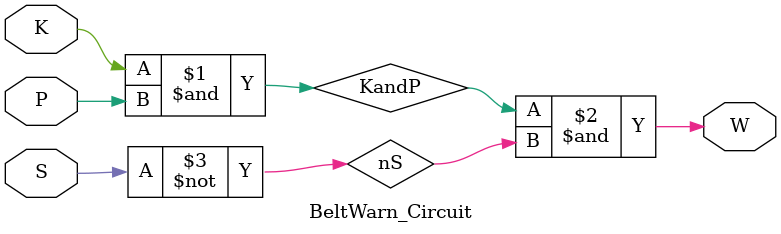
<source format=v>
`timescale 1ns / 1ps

module BeltWarn_Circuit(K,P,S,W);

    input K,P,S;
    output W;
    
    wire nS, KandP;
    
    not (nS, S);
    and(KandP, K, P);
    and(W, KandP, nS);
    
endmodule

</source>
